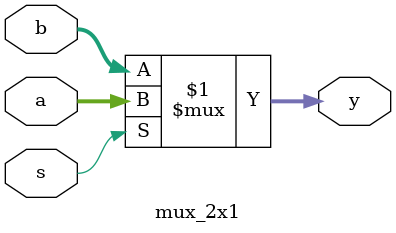
<source format=v>
`timescale 1ns / 1ps


module mux_2x1 #(parameter N=2)(a,b,s,y);

input [N-1:0]a,b;
input s;
output [N-1:0]y;

assign y =(s)?a:b;

endmodule
</source>
